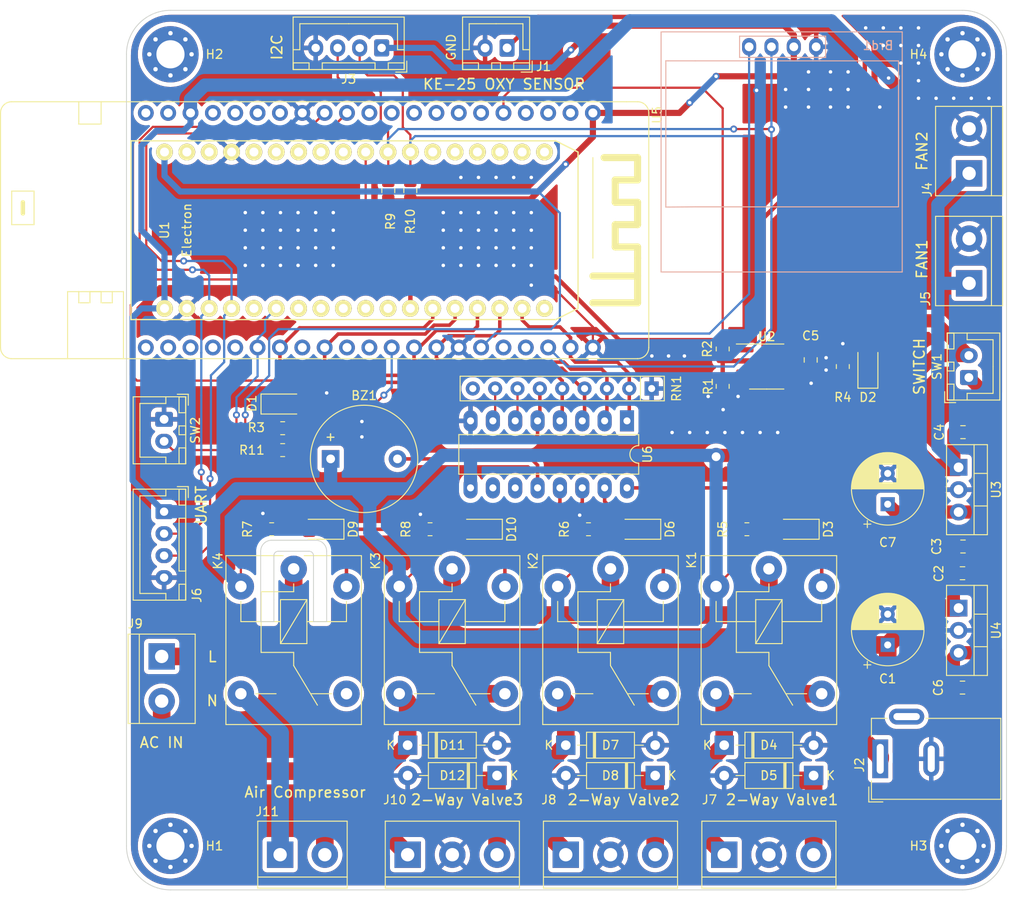
<source format=kicad_pcb>
(kicad_pcb (version 20210228) (generator pcbnew)
  (layers (0 "F.Cu" signal) (31 "B.Cu" signal) (34 "B.Paste" user) (35 "F.Paste" user) (36 "B.SilkS" user "B.Silkscreen") (37 "F.SilkS" user "F.Silkscreen") (38 "B.Mask" user) (39 "F.Mask" user) (44 "Edge.Cuts" user))
  (net 0 "")
  (net 1 "+5V")
  (net 2 "O5")
  (net 3 "SDA")
  (net 4 "SCL")
  (net 5 "GND")
  (net 6 "+3.3V")
  (net 7 "+12V")
  (net 8 "Net-(D1-Pad1)")
  (net 9 "Net-(D2-Pad1)")
  (net 10 "O1")
  (net 11 "+V3{slash}1")
  (net 12 "Net-(R5-Pad1)")
  (net 13 "O2")
  (net 14 "Net-(D6-Pad2)")
  (net 15 "O4")
  (net 16 "Net-(R7-Pad1)")
  (net 17 "O3")
  (net 18 "Net-(J1-Pad1)")
  (net 19 "+V2{slash}1")
  (net 20 "+V2{slash}2")
  (net 21 "/L")
  (net 22 "N")
  (net 23 "TX")
  (net 24 "RX")
  (net 25 "+V3{slash}2")
  (net 26 "/Comp")
  (net 27 "+V1{slash}2")
  (net 28 "+V1{slash}1")
  (net 29 "Oxy-out")
  (net 30 "I5")
  (net 31 "I4")
  (net 32 "I3")
  (net 33 "I2")
  (net 34 "I1")
  (net 35 "+5VP")
  (net 36 "Net-(R1-Pad2)")
  (net 37 "Net-(R8-Pad1)")
  (net 38 "I6")
  (net 39 "I7")
  (net 40 "LED")
  (net 41 "EMR")
  (footprint "Resistor_SMD:R_0805_2012Metric_Pad1.20x1.40mm_HandSolder" (layer "F.Cu") (at 117.75 78.5 -90)
    (fp_text reference "R2")
    (fp_text value "10K")
  )
  (footprint "Resistor_SMD:R_0805_2012Metric_Pad1.20x1.40mm_HandSolder" (layer "F.Cu") (at 117.75 82.75 90)
    (fp_text reference "R1")
    (fp_text value "1K")
  )
  (footprint "Capacitor_THT:CP_Radial_D8.0mm_P3.50mm" (layer "F.Cu") (at 136.5 112.152651 90)
    (fp_text reference "C1")
    (fp_text value "220uF")
  )
  (footprint "Diode_THT:D_DO-41_SOD81_P10.16mm_Horizontal" (layer "F.Cu") (at 92.11 127 180)
    (fp_text reference "D12")
    (fp_text value "1N4007")
  )
  (footprint "TerminalBlock:TerminalBlock_bornier-2_P5.08mm" (layer "F.Cu") (at 67.46 136)
    (fp_text reference "J11")
    (fp_text value "Air Compresssor")
  )
  (footprint "Relay_THT:Relay_SPDT_Finder_36.11" (layer "F.Cu") (at 69 103.5 -90)
    (fp_text reference "K4")
    (fp_text value "FINDER-36.11")
  )
  (footprint "MountingHole:MountingHole_3.2mm_M3_Pad_Via" (layer "F.Cu") (at 145 135)
    (fp_text reference "H3")
    (fp_text value "MountingHole")
  )
  (footprint "Resistor_SMD:R_0805_2012Metric_Pad1.20x1.40mm_HandSolder" (layer "F.Cu") (at 82.25 60.5 90)
    (fp_text reference "R10")
    (fp_text value "1K")
  )
  (footprint "Capacitor_SMD:C_0805_2012Metric_Pad1.18x1.45mm_HandSolder" (layer "F.Cu") (at 145.055 100.96 180)
    (fp_text reference "C3")
    (fp_text value "1uF")
  )
  (footprint "Diode_THT:D_DO-41_SOD81_P10.16mm_Horizontal" (layer "F.Cu") (at 117.92 123.55)
    (fp_text reference "D4")
    (fp_text value "1N4007")
  )
  (footprint "Resistor_SMD:R_0805_2012Metric_Pad1.20x1.40mm_HandSolder" (layer "F.Cu") (at 67.75 90)
    (fp_text reference "R11")
    (fp_text value "1K")
  )
  (footprint "TerminalBlock:TerminalBlock_bornier-2_P5.08mm" (layer "F.Cu") (at 54 113.46 -90)
    (fp_text reference "J9")
    (fp_text value "AC_IN")
  )
  (footprint "Relay_THT:Relay_SPDT_Finder_36.11" (layer "F.Cu") (at 87 103.5 -90)
    (fp_text reference "K3")
    (fp_text value "FINDER-36.11")
  )
  (footprint "Buzzer_Beeper:Buzzer_12x9.5RM7.6" (layer "F.Cu") (at 73.2 91)
    (fp_text reference "BZ1")
    (fp_text value "Buzzer")
  )
  (footprint "TTGO-TCALL-SIM800:TTGO-TCALL-SIM800" (layer "F.Cu") (at 103 51.665 -90)
    (fp_text reference "U5")
    (fp_text value "TTGO-TCALL-SIM800")
  )
  (footprint "Package_SO:SOIC-8_3.9x4.9mm_P1.27mm" (layer "F.Cu") (at 122.75 80.5)
    (fp_text reference "U2")
    (fp_text value "LM358")
  )
  (footprint "LED_SMD:LED_1206_3216Metric_Pad1.42x1.75mm_HandSolder" (layer "F.Cu") (at 72.25 99 180)
    (fp_text reference "D9")
    (fp_text value "LED")
  )
  (footprint "Diode_THT:D_DO-41_SOD81_P10.16mm_Horizontal" (layer "F.Cu") (at 110.08 127 180)
    (fp_text reference "D8")
    (fp_text value "1N4007")
  )
  (footprint "Resistor_SMD:R_0805_2012Metric_Pad1.20x1.40mm_HandSolder" (layer "F.Cu") (at 66.5 99 180)
    (fp_text reference "R7")
    (fp_text value "1K")
  )
  (footprint "Capacitor_THT:CP_Radial_D8.0mm_P3.50mm" (layer "F.Cu") (at 136.5 96.152651 90)
    (fp_text reference "C7")
    (fp_text value "220uF")
  )
  (footprint "Relay_THT:Relay_SPDT_Finder_36.11" (layer "F.Cu") (at 105 103.5 -90)
    (fp_text reference "K2")
    (fp_text value "FINDER-36.11")
  )
  (footprint "TerminalBlock:TerminalBlock_bornier-2_P5.08mm" (layer "F.Cu") (at 145.75 71.04 90)
    (fp_text reference "J5")
    (fp_text value "Fan2")
  )
  (footprint "MountingHole:MountingHole_3.2mm_M3_Pad_Via" (layer "F.Cu") (at 55 135)
    (fp_text reference "H1")
    (fp_text value "MountingHole")
  )
  (footprint "TerminalBlock:TerminalBlock_bornier-3_P5.08mm" (layer "F.Cu") (at 99.92 136)
    (fp_text reference "J8")
    (fp_text value "Valve2")
  )
  (footprint "Capacitor_SMD:C_0805_2012Metric_Pad1.18x1.45mm_HandSolder" (layer "F.Cu") (at 145.055 87.96)
    (fp_text reference "C4")
    (fp_text value "1uF")
  )
  (footprint "Resistor_THT:R_Array_SIP9" (layer "F.Cu") (at 109.675 83 180)
    (fp_text reference "RN1")
    (fp_text value "R_Network08")
  )
  (footprint "TerminalBlock:TerminalBlock_bornier-2_P5.08mm" (layer "F.Cu") (at 145.75 58.54 90)
    (fp_text reference "J4")
    (fp_text value "Fan1")
  )
  (footprint "TerminalBlock:TerminalBlock_bornier-3_P5.08mm" (layer "F.Cu") (at 117.92 136)
    (fp_text reference "J7")
    (fp_text value "Valve1")
  )
  (footprint "Resistor_SMD:R_0805_2012Metric_Pad1.20x1.40mm_HandSolder" (layer "F.Cu") (at 67.75 87.5125)
    (fp_text reference "R3")
    (fp_text value "330R")
  )
  (footprint "Connector_JST:JST_XH_B4B-XH-A_1x04_P2.50mm_Vertical" (layer "F.Cu") (at 79 44.275 180)
    (fp_text reference "J3")
    (fp_text value "UART")
  )
  (footprint "Package_TO_SOT_THT:TO-220-3_Vertical" (layer "F.Cu") (at 144.555 91.96 -90)
    (fp_text reference "U3")
    (fp_text value "LM7805_TO220")
  )
  (footprint "MountingHole:MountingHole_3.2mm_M3_Pad_Via" (layer "F.Cu") (at 145 45)
    (fp_text reference "H4")
    (fp_text value "MountingHole")
  )
  (footprint "particle:electron" (layer "F.Cu") (at 101.3125 65 90)
    (fp_text reference "U1")
    (fp_text value "Electron")
  )
  (footprint "Diode_THT:D_DO-41_SOD81_P10.16mm_Horizontal" (layer "F.Cu") (at 81.95 123.55)
    (fp_text reference "D11")
    (fp_text value "1N4007")
  )
  (footprint "Connector_JST:JST_XH_B2B-XH-A_1x02_P2.50mm_Vertical" (layer "F.Cu") (at 54.275 86.5 -90)
    (fp_text reference "SW2")
    (fp_text value "EmergencySW")
  )
  (footprint "Connector_JST:JST_XH_B2B-XH-A_1x02_P2.50mm_Vertical" (layer "F.Cu") (at 145.725 81.75 90)
    (fp_text reference "SW1")
    (fp_text value "Switch")
  )
  (footprint "Connector_JST:JST_XH_B2B-XH-A_1x02_P2.50mm_Vertical" (layer "F.Cu") (at 93.25 44.275 180)
    (fp_text reference "J1")
    (fp_text value "OXY-Sensor")
  )
  (footprint "Connector_JST:JST_XH_B4B-XH-A_1x04_P2.50mm_Vertical" (layer "F.Cu") (at 54.275 97 -90)
    (fp_text reference "J6")
    (fp_text value "I2C")
  )
  (footprint "Resistor_SMD:R_0805_2012Metric_Pad1.20x1.40mm_HandSolder" (layer "F.Cu") (at 102.5 99 180)
    (fp_text reference "R6")
    (fp_text value "1K")
  )
  (footprint "Diode_THT:D_DO-41_SOD81_P10.16mm_Horizontal" (layer "F.Cu") (at 128.08 127 180)
    (fp_text reference "D5")
    (fp_text value "1N4007")
  )
  (footprint "Resistor_SMD:R_0805_2012Metric_Pad1.20x1.40mm_HandSolder" (layer "F.Cu") (at 120.5 99 180)
    (fp_text reference "R5")
    (fp_text value "1K")
  )
  (footprint "Package_DIP:DIP-16_W7.62mm_LongPads" (layer "F.Cu") (at 106.875 86.675 -90)
    (fp_text reference "U6")
    (fp_text value "ULN2003A")
  )
  (footprint "MountingHole:MountingHole_3.2mm_M3_Pad_Via" (layer "F.Cu") (at 55 45)
    (fp_text reference "H2")
    (fp_text value "MountingHole")
  )
  (footprint "Resistor_SMD:R_0805_2012Metric_Pad1.20x1.40mm_HandSolder" (layer "F.Cu") (at 84.5 99 180)
    (fp_text reference "R8")
    (fp_text value "1K")
  )
  (footprint "TerminalBlock:TerminalBlock_bornier-3_P5.08mm" (layer "F.Cu") (at 81.95 136)
    (fp_text reference "J10")
    (fp_text value "Valve3")
  )
  (footprint "Resistor_SMD:R_0805_2012Metric_Pad1.20x1.40mm_HandSolder" (layer "F.Cu") (at 79.75 60.5 90)
    (fp_text reference "R9")
    (fp_text value "1K")
  )
  (footprint "LED_SMD:LED_1206_3216Metric_Pad1.42x1.75mm_HandSolder" (layer "F.Cu") (at 126.25 99 180)
    (fp_text reference "D3")
    (fp_text value "LED")
  )
  (footprint "Relay_THT:Relay_SPDT_Finder_36.11" (layer "F.Cu") (at 123 103.5 -90)
    (fp_text reference "K1")
    (fp_text value "FINDER-36.11")
  )
  (footprint "Resistor_SMD:R_0805_2012Metric_Pad1.20x1.40mm_HandSolder" (layer "F.Cu") (at 131.4 80.5 90)
    (fp_text reference "R4")
    (fp_text value "1K")
  )
  (footprint "Capacitor_SMD:C_0805_2012Metric_Pad1.18x1.45mm_HandSolder" (layer "F.Cu") (at 127.75 79.75 -90)
    (fp_text reference "C5")
    (fp_text value "100nF")
  )
  (footprint "Connector_BarrelJack:BarrelJack_Wuerth_6941xx301002" (layer "F.Cu") (at 135.65 125.1 90)
    (fp_text reference "J2")
    (fp_text value "Jack-DC")
  )
  (footprint "Capacitor_SMD:C_0805_2012Metric_Pad1.18x1.45mm_HandSolder" (layer "F.Cu") (at 145 117)
    (fp_text reference "C6")
    (fp_text value "1uF")
  )
  (footprint "Capacitor_SMD:C_0805_2012Metric_Pad1.18x1.45mm_HandSolder" (layer "F.Cu") (at 145 104)
    (fp_text reference "C2")
    (fp_text value "1uF")
  )
  (footprint "LED_SMD:LED_1206_3216Metric_Pad1.42x1.75mm_HandSolder" (layer "F.Cu") (at 67.75 84.7625)
    (fp_text reference "D1")
    (fp_text value "LED")
  )
  (footprint "LED_SMD:LED_1206_3216Metric_Pad1.42x1.75mm_HandSolder" (layer "F.Cu") (at 90.25 99 180)
    (fp_text reference "D10")
    (fp_text value "LED")
  )
  (footprint "LED_SMD:LED_1206_3216Metric_Pad1.42x1.75mm_HandSolder" (layer "F.Cu") (at 108.25 99 180)
    (fp_text reference "D6")
    (fp_text value "LED")
  )
  (footprint "LED_SMD:LED_1206_3216Metric_Pad1.42x1.75mm_HandSolder" (layer "F.Cu") (at 134.25 80.5 90)
    (fp_text reference "D2")
    (fp_text value "LED")
  )
  (footprint "Diode_THT:D_DO-41_SOD81_P10.16mm_Horizontal" (layer "F.Cu") (at 99.92 123.55)
    (fp_text reference "D7")
    (fp_text value "1N4007")
  )
  (footprint "Package_TO_SOT_THT:TO-220-3_Vertical" (layer "F.Cu") (at 144.555 107.96 -90)
    (fp_text reference "U4")
    (fp_text value "LM7805_TO220")
  )
  (footprint "SSD1306:128x64OLED" (layer "B.Cu") (at 124.75 54.75 180)
    (fp_text reference "Brd1")
    (fp_text value "SSD1306")
  )
  (gr_arc (start 66.5 101.5) (end 66.5 100.25) (angle -90) (layer "Edge.Cuts") (width 0.1))
  (gr_line (start 66.75 109.5) (end 66.75 107) (layer "Edge.Cuts") (width 0.1))
  (gr_line (start 150 45) (end 150 135) (layer "Edge.Cuts") (width 0.1))
  (gr_line (start 65.25 101.5) (end 65.25 109.5) (layer "Edge.Cuts") (width 0.1))
  (gr_arc (start 145 45) (end 145 40) (angle 90) (layer "Edge.Cuts") (width 0.1))
  (gr_arc (start 55 135) (end 50 135) (angle -90) (layer "Edge.Cuts") (width 0.1))
  (gr_arc (start 71.5 101.5) (end 71.5 100.25) (angle 90) (layer "Edge.Cuts") (width 0.1))
  (gr_line (start 145 140) (end 55 140) (layer "Edge.Cuts") (width 0.1))
  (gr_line (start 66.75 107) (end 66.75 102) (layer "Edge.Cuts") (width 0.1))
  (gr_line (start 65.25 109.5) (end 66.75 109.5) (layer "Edge.Cuts") (width 0.1))
  (gr_line (start 55 40) (end 145 40) (layer "Edge.Cuts") (width 0.1))
  (gr_line (start 71.25 102) (end 71.25 106.75) (layer "Edge.Cuts") (width 0.1))
  (gr_line (start 71.25 109.5) (end 72.75 109.5) (layer "Edge.Cuts") (width 0.1))
  (gr_line (start 67.25 101.5) (end 70.75 101.5) (layer "Edge.Cuts") (width 0.1))
  (gr_arc (start 67.25 102) (end 66.75 102) (angle 90) (layer "Edge.Cuts") (width 0.1))
  (gr_line (start 71.25 106.75) (end 71.25 109.5) (layer "Edge.Cuts") (width 0.1))
  (gr_line (start 72.75 109.5) (end 72.75 101.5) (layer "Edge.Cuts") (width 0.1))
  (gr_line (start 71.5 100.25) (end 66.5 100.25) (layer "Edge.Cuts") (width 0.1))
  (gr_arc (start 70.75 102) (end 70.75 101.5) (angle 90) (layer "Edge.Cuts") (width 0.1))
  (gr_arc (start 55 45) (end 55 40) (angle -90) (layer "Edge.Cuts") (width 0.1))
  (gr_arc (start 145 135) (end 145 140) (angle -90) (layer "Edge.Cuts") (width 0.1))
  (gr_line (start 50 135) (end 50 45) (layer "Edge.Cuts") (width 0.1))
  (gr_text "L" (at 59.75 113.5) (layer "F.SilkS") (effects (font (size 1.2 1.2) (thickness 0.18))))
  (gr_text "2-Way Valve2" (at 106.5 129.75) (layer "F.SilkS") (effects (font (size 1.2 1.2) (thickness 0.18))))
  (gr_text "Air Compressor" (at 70.3 128.9) (layer "F.SilkS") (effects (font (size 1.2 1.2) (thickness 0.18))))
  (gr_text "GND" (at 86.9 44.2 90) (layer "F.SilkS") (effects (font (size 1 1))))
  (gr_text "2-Way Valve1" (at 124.5 129.75) (layer "F.SilkS") (effects (font (size 1.2 1.2) (thickness 0.18))))
  (gr_text "SWITCH" (at 140.1 80.5 90) (layer "F.SilkS") (effects (font (size 1.2 1.2) (thickness 0.18))))
  (gr_text "FAN1" (at 140.4 68.3 90) (layer "F.SilkS") (effects (font (size 1.2 1.2) (thickness 0.18))))
  (gr_text "KE-25 OXY SENSOR" (at 92.9 48.4) (layer "F.SilkS") (effects (font (size 1.2 1.2) (thickness 0.18))))
  (gr_text "FAN2" (at 140.4 56 90) (layer "F.SilkS") (effects (font (size 1.2 1.2) (thickness 0.18))))
  (gr_text "2-Way Valve3" (at 88.7 129.75) (layer "F.SilkS") (effects (font (size 1.2 1.2) (thickness 0.18))))
  (gr_text "N" (at 59.75 118.5) (layer "F.SilkS") (effects (font (size 1.2 1.2) (thickness 0.18))))
  (gr_text "AC IN" (at 54 123.25) (layer "F.SilkS") (effects (font (size 1.2 1.2) (thickness 0.18))))
  (gr_text "UART" (at 58.5 96.25 90) (layer "F.SilkS") (effects (font (size 1.2 1.2) (thickness 0.18))))
  (gr_text "I2C" (at 67.1 44.2 90) (layer "F.SilkS") (effects (font (size 1.2 1.2) (thickness 0.18))))
  (segment (start 130.5 90.6) (end 141.85 79.25) (width 1.5) (layer "F.Cu") (net 1))
  (segment (start 127.6325 78.595) (end 127.75 78.7125) (width 0.5) (layer "F.Cu") (net 1))
  (segment (start 117 90.75) (end 117.15 90.6) (width 1.5) (layer "F.Cu") (net 1))
  (segment (start 129.3 75.3) (end 134 75.3) (width 1.5) (layer "F.Cu") (net 1))
  (segment (start 134.25 60.65) (end 138.2 56.7) (width 1.5) (layer "F.Cu") (net 1))
  (segment (start 134.25 75.55) (end 134.25 60.65) (width 1.5) (layer "F.Cu") (net 1))
  (segment (start 134.25 79.0125) (end 134.25 75.55) (width 1.5) (layer "F.Cu") (net 1))
  (segment (start 138.2 49.3) (end 136.6 47.7) (width 1.5) (layer "F.Cu") (net 1))
  (segment (start 127.75 78.7125) (end 127.75 76.85) (width 1.5) (layer "F.Cu") (net 1))
  (segment (start 117.15 90.6) (end 130.5 90.6) (width 1.5) (layer "F.Cu") (net 1))
  (segment (start 127.75 76.85) (end 129.3 75.3) (width 1.5) (layer "F.Cu") (net 1))
  (segment (start 134 75.3) (end 141.75 75.3) (width 1.5) (layer "F.Cu") (net 1))
  (segment (start 125.225 78.595) (end 127.6325 78.595) (width 0.5) (layer "F.Cu") (net 1))
  (segment (start 83.5 99) (end 83.5 103) (width 0.25) (layer "F.Cu") (net 1))
  (segment (start 141.85 79.25) (end 145.725 79.25) (width 1.5) (layer "F.Cu") (net 1))
  (segment (start 141.75 75.3) (end 145.7 79.25) (width 1.5) (layer "F.Cu") (net 1))
  (segment (start 83.5 103) (end 81 105.5) (width 0.25) (layer "F.Cu") (net 1))
  (segment (start 63 101.5) (end 63 105.5) (width 0.25) (layer "F.Cu") (net 1))
  (segment (start 145.7 79.25) (end 145.725 79.25) (width 1.5) (layer "F.Cu") (net 1))
  (segment (start 134.25 75.55) (end 134 75.3) (width 1.5) (layer "F.Cu") (net 1))
  (segment (start 119.5 103) (end 117 105.5) (width 0.25) (layer "F.Cu") (net 1))
  (segment (start 65.5 99) (end 63 101.5) (width 0.25) (layer "F.Cu") (net 1))
  (segment (start 101.5 99) (end 101.5 103) (width 0.25) (layer "F.Cu") (net 1))
  (segment (start 101.5 103) (end 99 105.5) (width 0.25) (layer "F.Cu") (net 1))
  (segment (start 119.5 99) (end 119.5 103) (width 0.25) (layer "F.Cu") (net 1))
  (segment (start 138.2 56.7) (end 138.2 49.3) (width 1.5) (layer "F.Cu") (net 1))
  (via (at 117 90.75) (size 2) (drill 1) (layers "F.Cu" "B.Cu") (net 1))
  (via (at 136.6 47.7) (size 0.8) (drill 0.4) (layers "F.Cu" "B.Cu") (net 1))
  (segment (start 62.5 94.4) (end 59.9 97) (width 1.5) (layer "B.Cu") (net 1))
  (segment (start 117 90.75) (end 116.85 90.6) (width 1.5) (layer "B.Cu") (net 1))
  (segment (start 77.65 99.4) (end 77.65 96.15) (width 1.5) (layer "B.Cu") (net 1))
  (segment (start 83.25 111.25) (end 81 109) (width 1.5) (layer "B.Cu") (net 1))
  (segment (start 58.25 97) (end 58.55 97) (width 1.5) (layer "B.Cu") (net 1))
  (segment (start 81 109) (end 81 105.5) (width 1.5) (layer "B.Cu") (net 1))
  (segment (start 59.9 97) (end 58.25 97) (width 1.5) (layer "B.Cu") (net 1))
  (segment (start 50.7 93.45) (end 54.25 97) (width 0.7) (layer "B.Cu") (net 1))
  (segment (start 117 90.75) (end 117 105.5) (width 1.5) (layer "B.Cu") (net 1))
  (segment (start 54.3225 67.6225) (end 54.3225 73.89) (width 0.7) (layer "B.Cu") (net 1))
  (segment (start 99 109.25) (end 101 111.25) (width 1.5) (layer "B.Cu") (net 1))
  (segment (start 53.4 53.7) (end 51.7 55.4) (width 0.7) (layer "B.Cu") (net 1))
  (segment (start 50.7 74.9) (end 50.7 93.45) (width 0.7) (layer "B.Cu") (net 1))
  (segment (start 59.9 98.35) (end 59.9 102.4) (width 1.5) (layer "B.Cu") (net 1))
  (segment (start 77.65 96.15) (end 77.65 94.4) (width 1.5) (layer "B.Cu") (net 1))
  (segment (start 97 111.25) (end 99 109.25) (width 1.5) (layer "B.Cu") (net 1))
  (segment (start 59.9 97) (end 59.9 98.35) (width 1.5) (layer "B.Cu") (net 1))
  (segment (start 76.35 94.85) (end 77.65 96.15) (width 1.5) (layer "B.Cu") (net 1))
  (segment (start 99 111.25) (end 99 109.25) (width 1.5) (layer "B.Cu") (net 1))
  (segment (start 77.65 96.1) (end 79.35 94.4) (width 1.5) (layer "B.Cu") (net 1))
  (segment (start 54.25 97) (end 54.275 97) (width 0.7) (layer "B.Cu") (net 1))
  (segment (start 57.28 52.92) (end 56.5 53.7) (width 0.7) (layer "B.Cu") (net 1))
  (segment (start 115.5 111.25) (end 101 111.25) (width 1.5) (layer "B.Cu") (net 1))
  (segment (start 54.3225 73.89) (end 51.71 73.89) (width 0.7) (layer "B.Cu") (net 1))
  (segment (start 96.5 111.25) (end 83.25 111.25) (width 1.5) (layer "B.Cu") (net 1))
  (segment (start 58.55 97) (end 59.9 98.35) (width 1.5) (layer "B.Cu") (net 1))
  (segment (start 107.2 41.2) (end 99.9 48.5) (width 1.5) (layer "B.Cu") (net 1))
  (segment (start 57.28 51.665) (end 57.28 52.92) (width 0.7) (layer "B.Cu") (net 1))
  (segment (start 96.5 111.25) (end 97 111.25) (width 1.5) (layer "B.Cu") (net 1))
  (segment (start 77.65 94.4) (end 76.35 94.4) (width 1.5) (layer "B.Cu") (net 1))
  (segment (start 85.9 90.6) (end 82.1 94.4) (width 1.5) (layer "B.Cu") (net 1))
  (segment (start 130.1 41.2) (end 107.2 41.2) (width 1.5) (layer "B.Cu") (net 1))
  (segment (start 51.71 73.89) (end 50.7 74.9) (width 0.7) (layer "B.Cu") (net 1))
  (segment (start 51.7 55.4) (end 51.7 65) (width 0.7) (layer "B.Cu") (net 1))
  (segment (start 99 111.25) (end 96.5 111.25) (width 1.5) (layer "B.Cu") (net 1))
  (segment (start 79.35 94.4) (end 79.85 94.4) (width 1.5) (layer "B.Cu") (net 1))
  (segment (start 82.1 94.4) (end 79.85 94.4) (width 1.5) (layer "B.Cu") (net 1))
  (segment (start 59.9 102.4) (end 63 105.5) (width 1.5) (layer "B.Cu") (net 1))
  (segment (start 73.2 94.4) (end 73.2 91) (width 1.5) (layer "B.Cu") (net 1))
  (segment (start 73.2 94.4) (end 62.5 94.4) (width 1.5) (layer "B.Cu") (net 1))
  (segment (start 58.9 48.5) (end 57.28 50.12) (width 1.5) (layer "B.Cu") (net 1))
  (segment (start 89.3 90.6) (end 89.095 90.805) (width 1.5) (layer "B.Cu") (net 1))
  (segment (start 57.28 50.12) (end 57.28 51.665) (width 1.5) (layer "B.Cu") (net 1))
  (segment (start 51.7 65) (end 54.3225 67.6225) (width 0.7) (layer "B.Cu") (net 1))
  (segment (start 99 109.25) (end 99 105.5) (width 1.5) (layer "B.Cu") (net 1))
  (segment (start 116.85 90.6) (end 89.3 90.6) (width 1.5) (layer "B.Cu") (net 1))
  (segment (start 76.35 94.4) (end 76.35 94.85) (width 1.5) (layer "B.Cu") (net 1))
  (segment (start 81 102.75) (end 77.65 99.4) (width 1.5) (layer "B.Cu") (net 1))
  (segment (start 76.35 94.4) (end 73.2 94.4) (width 1.5) (layer "B.Cu") (net 1))
  (segment (start 117 105.5) (end 117 109.75) (width 1.5) (layer "B.Cu") (net 1))
  (segment (start 58.25 97) (end 54.275 97) (width 1.5) (layer "B.Cu") (net 1))
  (segment (start 77.65 96.15) (end 77.65 96.1) (width 1.5) (layer "B.Cu") (net 1))
  (segment (start 81 105.5) (end 81 102.75) (width 1.5) (layer "B.Cu") (net 1))
  (segment (start 89.095 90.805) (end 89.095 94.295) (width 1.5) (layer "B.Cu") (net 1))
  (segment (start 56.5 53.7) (end 53.4 53.7) (width 0.7) (layer "B.Cu") (net 1))
  (segment (start 99.9 48.5) (end 58.9 48.5) (width 1.5) (layer "B.Cu") (net 1))
  (segment (start 79.85 94.4) (end 77.65 94.4) (width 1.5) (layer "B.Cu") (net 1))
  (segment (start 89.3 90.6) (end 85.9 90.6) (width 1.5) (layer "B.Cu") (net 1))
  (segment (start 101 111.25) (end 99 111.25) (width 1.5) (layer "B.Cu") (net 1))
  (segment (start 136.6 47.7) (end 130.1 41.2) (width 1.5) (layer "B.Cu") (net 1))
  (segment (start 117 109.75) (end 115.5 111.25) (width 1.5) (layer "B.Cu") (net 1))
  (segment (start 96.715 91.715) (end 96 91) (width 0.4) (layer "F.Cu") (net 2))
  (segment (start 96 91) (end 80.8 91) (width 0.4) (layer "F.Cu") (net 2))
  (segment (start 96.715 94.295) (end 96.715 91.715) (width 0.4) (layer "F.Cu") (net 2))
  (segment (start 81.4 48.4) (end 80.4 47.4) (width 0.254) (layer "F.Cu") (net 3))
  (segment (start 80.4 47.4) (end 77.4 47.4) (width 0.254) (layer "F.Cu") (net 3))
  (segment (start 77.4 47.4) (end 76.5 46.5) (width 0.254) (layer "F.Cu") (net 3))
  (segment (start 76.5 46.5) (end 76.5 44.275) (width 0.254) (layer "F.Cu") (net 3))
  (segment (start 82.2625 56.11) (end 82.2625 59.4875) (width 0.254) (layer "F.Cu") (net 3))
  (segment (start 82.2625 56.11) (end 82.2625 54.1625) (width 0.254) (layer "F.Cu") (net 3))
  (segment (start 82.2625 59.4875) (end 82.25 59.5) (width 0.254) (layer "F.Cu") (net 3))
  (segment (start 81.4 53.3) (end 81.4 48.4) (width 0.254) (layer "F.Cu") (net 3))
  (segment (start 82.2625 54.1625) (end 81.4 53.3) (width 0.254) (layer "F.Cu") (net 3))
  (segment (start 82.8 54.3) (end 120.7 54.3) (width 0.254) (layer "B.Cu") (net 3))
  (segment (start 82.2625 54.8375) (end 82.8 54.3) (width 0.254) (layer "B.Cu") (net 3))
  (segment (start 116.25 76.75) (end 120.75 72.25) (width 0.25) (layer "B.Cu") (net 3))
  (segment (start 120.75 72.25) (end 120.75 54.25) (width 0.25) (layer "B.Cu") (net 3))
  (segment (start 120.7 54.3) (end 120.75 54.25) (width 0.254) (layer "B.Cu") (net 3))
  (segment (start 120.75 54.25) (end 120.75 44.15) (width 0.25) (layer "B.Cu") (net 3))
  (segment (start 90.3 78.335) (end 91.885 76.75) (width 0.25) (layer "B.Cu") (net 3))
  (segment (start 82.2625 56.11) (end 82.2625 54.8375) (width 0.254) (layer "B.Cu") (net 3))
  (segment (start 91.885 76.75) (end 116.25 76.75) (width 0.25) (layer "B.Cu") (net 3))
  (segment (start 78 48.4) (end 74.8 48.4) (width 0.254) (layer "F.Cu") (net 4))
  (segment (start 78.9 49.3) (end 78 48.4) (width 0.254) (layer "F.Cu") (net 4))
  (segment (start 74.8 48.4) (end 74 47.6) (width 0.254) (layer "F.Cu") (net 4))
  (segment (start 79.75 59.5) (end 79.75 56.1375) (width 0.25) (layer "F.Cu") (net 4))
  (segment (start 79.75 56.1375) (end 79.7225 56.11) (width 0.25) (layer "F.Cu") (net 4))
  (segment (start 119 53.5) (end 123.25 53.5) (width 0.254) (layer "F.Cu") (net 4))
  (segment (start 79.7225 56.11) (end 79.7225 53.7225) (width 0.254) (layer "F.Cu") (net 4))
  (segment (start 78.9 52.9) (end 78.9 49.3) (width 0.254) (layer "F.Cu") (net 4))
  (segment (start 79.7225 53.7225) (end 78.9 52.9) (width 0.254) (layer "F.Cu") (net 4))
  (segment (start 74 47.6) (end 74 44.275) (width 0.254) (layer "F.Cu") (net 4))
  (segment (start 123.25 53.5) (end 123.29 53.54) (width 0.254) (layer "F.Cu") (net 4))
  (via (at 123.29 53.54) (size 0.8) (drill 0.4) (layers "F.Cu" "B.Cu") (net 4))
  (via (at 119 53.5) (size 0.8) (drill 0.4) (layers "F.Cu" "B.Cu") (net 4))
  (segment (start 119 80.5) (end 123.29 76.21) (width 0.25) (layer "B.Cu") (net 4))
  (segment (start 123.29 76.21) (end 123.29 53.54) (width 0.25) (layer "B.Cu") (net 4))
  (segment (start 85 53.5) (end 119 53.5) (width 0.254) (layer "B.Cu") (net 4))
  (segment (start 79.7225 54.6775) (end 80.9 53.5) (width 0.254) (layer "B.Cu") (net 4))
  (segment (start 80.9 53.5) (end 85 53.5) (width 0.254) (layer "B.Cu") (net 4))
  (segment (start 100.085 80.5) (end 119 80.5) (width 0.25) (layer "B.Cu") (net 4))
  (segment (start 123.29 53.54) (end 123.29 44.15) (width 0.25) (layer "B.Cu") (net 4))
  (segment (start 79.7225 56.11) (end 79.7225 54.6775) (width 0.254) (layer "B.Cu") (net 4))
  (segment (start 97.92 78.335) (end 100.085 80.5) (width 0.25) (layer "B.Cu") (net 4))
  (segment (start 98.25 71.25) (end 96 71.25) (width 0.25) (layer "F.Cu") (net 5))
  (segment (start 103 76) (end 98.25 71.25) (width 0.25) (layer "F.Cu") (net 5))
  (segment (start 103 78.335) (end 103 76) (width 0.25) (layer "F.Cu") (net 5))
  (via (at 96 71.25) (size 0.8) (drill 0.4) (layers "F.Cu" "B.Cu") (net 5))
  (via (at 96 69) (size 0.8) (drill 0.4) (layers "F.Cu" "B.Cu") (net 5))
  (via (at 124 88) (size 0.8) (drill 0.4) (layers "F.Cu" "B.Cu") (net 5))
  (via (at 119.5 83.9) (size 0.8) (drill 0.4) (layers "F.Cu" "B.Cu") (net 5))
  (via (at 117.8 85.4) (size 0.8) (drill 0.4) (layers "F.Cu" "B.Cu") (net 5))
  (via (at 94 67) (size 0.8) (drill 0.4) (layers "F.Cu" "B.Cu") (net 5))
  (via (at 63.5 67) (size 0.8) (drill 0.4) (layers "F.Cu" "B.Cu") (net 5))
  (via (at 71.5 65) (size 0.8) (drill 0.4) (layers "F.Cu" "B.Cu") (net 5))
  (via (at 88 59) (size 0.8) (drill 0.4) (layers "F.Cu" "B.Cu") (net 5))
  (via (at 92 59) (size 0.8) (drill 0.4) (layers "F.Cu" "B.Cu") (net 5))
  (via (at 113.4 79.3) (size 0.8) (drill 0.4) (layers "F.Cu" "B.Cu") (net 5))
  (via (at 124.9 51) (size 0.8) (drill 0.4) (layers "F.Cu" "B.Cu") (net 5))
  (via (at 92 69) (size 0.8) (drill 0.4) (layers "F.Cu" "B.Cu") (net 5))
  (via (at 140 46) (size 0.8) (drill 0.4) (layers "F.Cu" "B.Cu") (net 5))
  (via (at 118 88) (size 0.8) (drill 0.4) (layers "F.Cu" "B.Cu") (net 5))
  (via (at 96 63) (size 0.8) (drill 0.4) (layers "F.Cu" "B.Cu") (net 5))
  (via (at 114 88) (size 0.8) (drill 0.4) (layers "F.Cu" "B.Cu") (net 5))
  (via (at 140 44) (size 0.8) (drill 0.4) (layers "F.Cu" "B.Cu") (net 5))
  (via (at 127.5 47) (size 0.8) (drill 0.4) (layers "F.Cu" "B.Cu") (net 5))
  (via (at 63.5 63) (size 0.8) (drill 0.4) (layers "F.Cu" "B.Cu") (net 5))
  (via (at 138 42) (size 0.8) (drill 0.4) (layers "F.Cu" "B.Cu") (net 5))
  (via (at 140 50) (size 0.8) (drill 0.4) (layers "F.Cu" "B.Cu") (net 5))
  (via (at 90 65) (size 0.8) (drill 0.4) (layers "F.Cu" "B.Cu") (net 5))
  (via (at 127.5 51) (size 0.8) (drill 0.4) (layers "F.Cu" "B.Cu") (net 5))
  (via (at 112 88) (size 0.8) (drill 0.4) (layers "F.Cu" "B.Cu") (net 5))
  (via (at 65.5 65) (size 0.8) (drill 0.4) (layers "F.Cu" "B.Cu") (net 5))
  (via (at 73.5 69) (size 0.8) (drill 0.4) (layers "F.Cu" "B.Cu") (net 5))
  (via (at 130 47) (size 0.8) (drill 0.4) (layers "F.Cu" "B.Cu") (net 5))
  (via (at 92 63) (size 0.8) (drill 0.4) (layers "F.Cu" "B.Cu") (net 5))
  (via (at 146 50) (size 0.8) (drill 0.4) (layers "F.Cu" "B.Cu") (net 5))
  (via (at 101.5 97.4) (size 0.8) (drill 0.4) (layers "F.Cu" "B.Cu") (net 5))
  (via (at 140 42) (size 0.8) (drill 0.4) (layers "F.Cu" "B.Cu") (net 5))
  (via (at 76.75 86.75) (size 0.8) (drill 0.4) (layers "F.Cu" "B.Cu") (net 5))
  (via (at 67.5 69) (size 0.8) (drill 0.4) (layers "F.Cu" "B.Cu") (net 5))
  (via (at 140 48) (size 0.8) (drill 0.4) (layers "F.Cu" "B.Cu") (net 5))
  (via (at 76.75 88.5) (size 0.8) (drill 0.4) (layers "F.Cu" "B.Cu") (net 5))
  (via (at 132 47) (size 0.8) (drill 0.4) (layers "F.Cu" "B.Cu") (net 5))
  (via (at 88 67) (size 0.8) (drill 0.4) (layers "F.Cu" "B.Cu") (net 5))
  (via (at 69.5 65) (size 0.8) (drill 0.4) (layers "F.Cu" "B.Cu") (net 5))
  (via (at 72.75 83.5) (size 0.8) (drill 0.4) (layers "F.Cu" "B.Cu") (net 5))
  (via (at 92 67) (size 0.8) (drill 0.4) (layers "F.Cu" "B.Cu") (net 5))
  (via (at 67.5 67) (size 0.8) (drill 0.4) (layers "F.Cu" "B.Cu") (net 5))
  (via (at 130 51) (size 0.8) (drill 0.4) (layers "F.Cu" "B.Cu") (net 5))
  (via (at 65.5 63) (size 0.8) (drill 0.4) (layers "F.Cu" "B.Cu") (net 5))
  (via (at 73.5 63) (size 0.8) (drill 0.4) (layers "F.Cu" "B.Cu") (net 5))
  (via (at 130 49) (size 0.8) (drill 0.4) (layers "F.Cu" "B.Cu") (net 5))
  (via (at 134 42) (size 0.8) (drill 0.4) (layers "F.Cu" "B.Cu") (net 5))
  (via (at 124.9 49) (size 0.8) (drill 0.4) (layers "F.Cu" "B.Cu") (net 5))
  (via (at 90 59) (size 0.8) (drill 0.4) (layers "F.Cu" "B.Cu") (net 5))
  (via (at 109.7 79.3) (size 0.8) (drill 0.4) (layers "F.Cu" "B.Cu") (net 5))
  (via (at 83.4 97.3) (size 0.8) (drill 0.4) (layers "F.Cu" "B.Cu") (net 5))
  (via (at 135.6 51) (size 0.8) (drill 0.4) (layers "F.Cu" "B.Cu") (net 5))
  (via (at 116 88) (size 0.8) (drill 0.4) (layers "F.Cu" "B.Cu") (net 5))
  (via (at 94 59) (size 0.8) (drill 0.4) (layers "F.Cu" "B.Cu") (net 5))
  (via (at 136 42) (size 0.8) (drill 0.4) (layers "F.Cu" "B.Cu") (net 5))
  (via (at 71.5 63) (size 0.8) (drill 0.4) (layers "F.Cu" "B.Cu") (net 5))
  (via (at 65.5 67) (size 0.8) (drill 0.4) (layers "F.Cu" "B.Cu") (net 5))
  (via (at 148 50) (size 0.8) (drill 0.4) (layers "F.Cu" "B.Cu") (net 5))
  (via (at 142 50) (size 0.8) (drill 0.4) (layers "F.Cu" "B.Cu") (net 5))
  (via (at 94 65) (size 0.8) (drill 0.4) (layers "F.Cu" "B.Cu") (net 5))
  (via (at 116.1 83.9) (size 0.8) (drill 0.4) (layers "F.Cu" "B.Cu") (net 5))
  (via (at 90 63) (size 0.8) (drill 0.4) (layers "F.Cu" "B.Cu") (net 5))
  (via (at 88 69) (size 0.8) (drill 0.4) (layers "F.Cu" "B.Cu") (net 5))
  (via (at 92 65) (size 0.8) (drill 0.4) (layers "F.Cu" "B.Cu") (net 5))
  (via (at 73.5 67) (size 0.8) (drill 0.4) (layers "F.Cu" "B.Cu") (net 5))
  (via (at 90 67) (size 0.8) (drill 0.4) (layers "F.Cu" "B.Cu") (net 5))
  (via (at 132 49) (size 0.8) (drill 0.4) (layers "F.Cu" "B.Cu") (net 5))
  (via (at 129.5 80.9) (size 0.8) (drill 0.4) (layers "F.Cu" "B.Cu") (net 5))
  (via (at 136 44) (size 0.8) (drill 0.4) (layers "F.Cu" "B.Cu") (net 5))
  (via (at 127.8 82.4) (size 0.8) (drill 0.4) (layers "F.Cu" "B.Cu") (net 5))
  (via (at 132 51) (size 0.8) (drill 0.4) (layers "F.Cu" "B.Cu") (net 5))
  (via (at 96 67) (size 0.8) (drill 0.4) (layers "F.Cu" "B.Cu") (net 5))
  (via (at 67.5 65) (size 0.8) (drill 0.4) (layers "F.Cu" "B.Cu") (net 5))
  (via (at 86 65) (size 0.8) (drill 0.4) (layers "F.Cu" "B.Cu") (net 5))
  (via (at 86 69) (size 0.8) (drill 0.4) (layers "F.Cu" "B.Cu") (net 5))
  (via (at 131.4 77.9) (size 0.8) (drill 0.4) (layers "F.Cu" "B.Cu") (net 5))
  (via (at 94 63) (size 0.8) (drill 0.4) (layers "F.Cu" "B.Cu") (net 5))
  (via (at 94 69) (size 0.8) (drill 0.4) (layers "F.Cu" "B.Cu") (net 5))
  (via (at 71.5 69) (size 0.8) (drill 0.4) (layers "F.Cu" "B.Cu") (net 5))
  (via (at 127.5 49) (size 0.8) (drill 0.4) (layers "F.Cu" "B.Cu") (net 5))
  (via (at 69.5 69) (size 0.8) (drill 0.4) (layers "F.Cu" "B.Cu") (net 5))
  (via (at 122 88) (size 0.8) (drill 0.4) (layers "F.Cu" "B.Cu") (net 5))
  (via (at 120 88) (size 0.8) (drill 0.4) (layers "F.Cu" "B.Cu") (net 5))
  (via (at 88 63) (size 0.8) (drill 0.4) (layers "F.Cu" "B.Cu") (net 5))
  (via (at 65.5 97.2) (size 0.8) (drill 0.4) (layers "F.Cu" "B.Cu") (net 5))
  (via (at 63.5 69) (size 0.8) (drill 0.4) (layers "F.Cu" "B.Cu") (net 5))
  (via (at 90 69) (size 0.8) (drill 0.4) (layers "F.Cu" "B.Cu") (net 5))
  (via (at 86 67) (size 0.8) (drill 0.4) (layers "F.Cu" "B.Cu") (net 5))
  (via (at 129.5 79.5) (size 0.8) (drill 0.4) (layers "F.Cu" "B.Cu") (net 5))
  (via (at 96 65) (size 0.8) (drill 0.4) (layers "F.Cu" "B.Cu") (net 5))
  (via (at 69.5 67) (size 0.8) (drill 0.4) (layers "F.Cu" "B.Cu") (net 5))
  (via (at 121.6 49.1) (size 0.8) (drill 0.4) (layers "F.Cu" "B.Cu") (net 5))
  (via (at 86 63) (size 0.8) (drill 0.4) (layers "F.Cu" "B.Cu") (net 5))
  (via (at 88 65) (size 0.8) (drill 0.4) (layers "F.Cu" "B.Cu") (net 5))
  (via (at 96 59) (size 0.8) (drill 0.4) (layers "F.Cu" "B.Cu") (net 5))
  (via (at 63.5 65) (size 0.8) (drill 0.4) (layers "F.Cu" "B.Cu") (net 5))
  (via (at 138 46) (size 0.8) (drill 0.4) (layers "F.Cu" "B.Cu") (net 5))
  (via (at 73.5 65) (size 0.8) (drill 0.4) (layers "F.Cu" "B.Cu") (net 5))
  (via (at 138 44) (size 0.8) (drill 0.4) (layers "F.Cu" "B.Cu") (net 5))
  (via (at 111.6 79.3) (size 0.8) (drill 0.4) (layers "F.Cu" "B.Cu") (net 5))
  (via (at 71.5 67) (size 0.8) (drill 0.4) (layers "F.Cu" "B.Cu") (net 5))
  (via (at 144 50) (size 0.8) (drill 0.4) (layers "F.Cu" "B.Cu") (net 5))
  (via (at 67.5 63) (size 0.8) (drill 0.4) (layers "F.Cu" "B.Cu") (net 5))
  (via (at 69.5 63) (size 0.8) (drill 0.4) (layers "F.Cu" "B.Cu") (net 5))
  (via (at 65.5 69) (size 0.8) (drill 0.4) (layers "F.Cu" "B.Cu") (net 5))
  (segment (start 68.75 89.3) (end 68.75 90) (width 0.25) (layer "F.Cu") (net 6))
  (segment (start 63.5 88.25) (end 64 88.75) (width 0.25) (layer "F.Cu") (net 6))
  (segment (start 103 51.665) (end 112.835 51.665) (width 0.7) (layer "F.Cu") (net 6))
  (segment (start 82.25 61.5) (end 79.75 61.5) (width 0.25) (layer "F.Cu") (net 6))
  (segment (start 117 47.5) (end 124.5 47.5) (width 0.7) (layer "F.Cu") (net 6))
  (segment (start 99.9 57.5) (end 103 54.4) (width 0.7) (layer "F.Cu") (net 6))
  (segment (start 63.5 86) (end 63.5 88.25) (width 0.25) (layer "F.Cu") (net 6))
  (segment (start 124.5 47.5) (end 125.83 46.17) (width 0.7) (layer "F.Cu") (net 6))
  (segment (start 112.835 51.665) (end 114 50.5) (width 0.7) (layer "F.Cu") (net 6))
  (segment (start 100.5 44.5) (end 103.25 41.75) (width 0.7) (layer "F.Cu") (net 6))
  (segment (start 125.83 46.17) (end 125.83 44.15) (width 0.7) (layer "F.Cu") (net 6))
  (segment (start 64 88.75) (end 68.2 88.75) (width 0.25) (layer "F.Cu") (net 6))
  (segment (start 126.2 44.16) (end 126.21 44.15) (width 0.254) (layer "F.Cu") (net 6))
  (segment (start 124.75 41.75) (end 125.83 42.83) (width 0.7) (layer "F.Cu") (net 6))
  (segment (start 125.83 42.83) (end 125.83 44.15) (width 0.7) (layer "F.Cu") (net 6))
  (segment (start 95.9 61.5) (end 82.25 61.5) (width 0.7) (layer "F.Cu") (net 6))
  (segment (start 68.2 88.75) (end 68.75 89.3) (width 0.25) (layer "F.Cu") (net 6))
  (segment (start 103.25 41.75) (end 124.75 41.75) (width 0.7) (layer "F.Cu") (net 6))
  (segment (start 99.9 57.5) (end 95.9 61.5) (width 0.7) (layer "F.Cu") (net 6))
  (segment (start 103 54.4) (end 103 51.665) (width 0.7) (layer "F.Cu") (net 6))
  (via (at 100.5 44.5) (size 0.8) (drill 0.4) (layers "F.Cu" "B.Cu") (net 6))
  (via (at 99.9 57.5) (size 0.8) (drill 0.4) (layers "F.Cu" "B.Cu") (net 6))
  (via (at 114 50.5) (size 0.8) (drill 0.4) (layers "F.Cu" "B.Cu") (net 6))
  (via (at 63.5 86) (size 0.8) (drill 0.4) (layers "F.Cu" "B.Cu") (net 6))
  (via (at 117 47.5) (size 0.8) (drill 0.4) (layers "F.Cu" "B.Cu") (net 6))
  (segment (start 95.5 46.5) (end 98.5 46.5) (width 0.7) (layer "B.Cu") (net 6))
  (segment (start 98.25 76.25) (end 99.25 75.25) (width 0.25) (layer "B.Cu") (net 6))
  (segment (start 66.215489 77.284511) (end 67.25 76.25) (width 0.25) (layer "B.Cu") (net 6))
  (segment (start 63.5 86) (end 63.5 84.25) (width 0.25) (layer "B.Cu") (net 6))
  (segment (start 99.25 75.25) (end 99.25 63.05) (width 0.25) (layer "B.Cu") (net 6))
  (segment (start 79 44.275) (end 84.875 44.275) (width 0.7) (layer "B.Cu") (net 6))
  (segment (start 99.25 63.05) (end 96.8 60.6) (width 0.25) (layer "B.Cu") (net 6))
  (segment (start 56.1 60.6) (end 96.8 60.6) (width 0.7) (layer "B.Cu") (net 6))
  (segment (start 54.3225 58.8225) (end 56.1 60.6) (width 0.7) (layer "B.Cu") (net 6))
  (segment (start 63.5 84.25) (end 66.215489 81.534511) (width 0.25) (layer "B.Cu") (net 6))
  (segment (start 114 50.5) (end 117 47.5) (width 0.7) (layer "B.Cu") (net 6))
  (segment (start 67.25 76.25) (end 98.25 76.25) (width 0.25) (layer "B.Cu") (net 6))
  (segment (start 84.875 44.275) (end 86.8 46.2) (width 0.7) (layer "B.Cu") (net 6))
  (segment (start 86.8 46.2) (end 87.1 46.5) (width 0.7) (layer "B.Cu") (net 6))
  (segment (start 98.5 46.5) (end 100.5 44.5) (width 0.7) (layer "B.Cu") (net 6))
  (segment (start 96.8 60.6) (end 99.9 57.5) (width 0.7) (layer "B.Cu") (net 6))
  (segment (start 66.215489 81.534511) (end 66.215489 77.284511) (width 0.25) (layer "B.Cu") (net 6))
  (segment (start 54.3225 56.11) (end 54.3225 58.8225) (width 0.7) (layer "B.Cu") (net 6))
  (segment (start 87.1 46.5) (end 95.5 46.5) (width 0.7) (layer "B.Cu") (net 6))
  (segment (start 132.452651 112.152651) (end 132.452651 91.647349) (width 2) (layer "F.Cu") (net 7))
  (segment (start 136.5 112.152651) (end 140.692651 107.96) (width 2) (layer "F.Cu") (net 7))
  (segment (start 104.75 108.75) (end 88.75 108.75) (width 2) (layer "F.Cu") (net 7))
  (segment (start 132.452651 91.647349) (end 134.5 89.6) (width 2) (layer "F.Cu") (net 7))
  (segment (start 139.2 89.6) (end 141.56 91.96) (width 2) (layer "F.Cu") (net 7))
  (segment (start 105 108.5) (end 104.75 108.75) (width 2) (layer "F.Cu") (net 7))
  (segment (start 140.692651 107.96) (end 144.555 107.96) (width 2) (layer "F.Cu") (net 7))
  (segment (start 88.75 108.75) (end 87 107) (width 2) (layer "F.Cu") (net 7))
  (segment (start 135.65 125.1) (end 135.65 124.9) (width 2) (layer "F.Cu") (net 7))
  (segment (start 141.56 91.96) (end 144.555 91.96) (width 2) (layer "F.Cu") (net 7))
  (segment (start 143.9625 107.3675) (end 144.555 107.96) (width 1.5) (layer "F.Cu") (net 7))
  (segment (start 126.402651 112.152651) (end 123 108.75) (width 2) (layer "F.Cu") (net 7))
  (segment (start 136.5 112.152651) (end 132.452651 112.152651) (width 2) (layer "F.Cu") (net 7))
  (segment (start 132.452651 112.152651) (end 126.402651 112.152651) (width 2) (layer "F.Cu") (net 7))
  (segment (start 144.0175 87.96) (end 144.0175 91.4225) (width 1.5) (layer "F.Cu") (net 7))
  (segment (start 133.5 117.5) (end 136.5 114.5) (width 2) (layer "F.Cu") (net 7))
  (segment (start 135.65 124.9) (end 133.5 122.75) (width 2) (layer "F.Cu") (net 7))
  (segment (start 123 108.75) (end 104.75 108.75) (width 2) (layer "F.Cu") (net 7))
  (segment (start 123 108.75) (end 123 103.5) (width 2) (layer "F.Cu") (net 7))
  (segment (start 136.5 114.5) (end 136.5 112.152651) (width 2) (layer "F.Cu") (net 7))
  (segment (start 133.5 122.75) (end 133.5 117.5) (width 2) (layer "F.Cu") (net 7))
  (segment (start 143.9625 104) (end 143.9625 107.3675) (width 1.5) (layer "F.Cu") (net 7))
  (segment (start 144.0175 91.4225) (end 144.555 91.96) (width 1.5) (layer "F.Cu") (net 7))
  (segment (start 105 103.5) (end 105 108.5) (width 2) (layer "F.Cu") (net 7))
  (segment (start 87 107) (end 87 103.5) (width 2) (layer "F.Cu") (net 7))
  (segment (start 134.5 89.6) (end 139.2 89.6) (width 2) (layer "F.Cu") (net 7))
  (segment (start 142.2 89.605) (end 144.555 91.96) (width 1.5) (layer "B.Cu") (net 7))
  (segment (start 145.75 58.55) (end 142.2 62.1) (width 1.5) (layer "B.Cu") (net 7))
  (segment (start 142.34 71.04) (end 142.2 70.9) (width 1.5) (layer "B.Cu") (net 7))
  (segment (start 142.2 70.9) (end 142.2 89.605) (width 1.5) (layer "B.Cu") (net 7))
  (segment (start 145.75 58.54) (end 145.75 58.55) (width 1.5) (layer "B.Cu") (net 7))
  (segment (start 142.2 62.1) (end 142.2 70.9) (width 1.5) (layer "B.Cu") (net 7))
  (segment (start 145.75 71.04) (end 142.34 71.04) (width 1.5) (layer "B.Cu") (net 7))
  (segment (start 66.5 85) (end 66.2625 84.7625) (width 0.254) (layer "F.Cu") (net 8))
  (segment (start 66.5 87.2625) (end 66.5 85) (width 0.254) (layer "F.Cu") (net 8))
  (segment (start 66.75 87.5125) (end 66.5 87.2625) (width 0.254) (layer "F.Cu") (net 8))
  (segment (start 133.0875 81.9875) (end 132.6 81.5) (width 0.5) (layer "F.Cu") (net 9))
  (segment (start 132.6 81.5) (end 131.4 81.5) (width 0.5) (layer "F.Cu") (net 9))
  (segment (start 134.25 81.9875) (end 133.0875 81.9875) (width 0.5) (layer "F.Cu") (net 9))
  (segment (start 127.7375 95.9875) (end 127.7375 99) (width 0.4) (layer "F.Cu") (net 10))
  (segment (start 129 105.5) (end 129 103.25) (width 0.4) (layer "F.Cu") (net 10))
  (segment (start 127.7375 99) (end 127.7375 101.9875) (width 0.4) (layer "F.Cu") (net 10))
  (segment (start 129 103.25) (end 127.7375 101.9875) (width 0.4) (layer "F.Cu") (net 10))
  (segment (start 126.045 94.295) (end 127.7375 95.9875) (width 0.4) (layer "F.Cu") (net 10))
  (segment (start 106.875 94.295) (end 126.045 94.295) (width 0.4) (layer "F.Cu") (net 10))
  (segment (start 81.95 118.65) (end 81 117.7) (width 2) (layer "F.Cu") (net 11))
  (segment (start 81.95 135.95) (end 78.5 132.5) (width 2) (layer "F.Cu") (net 11))
  (segment (start 78.5 127) (end 81.95 123.55) (width 2) (layer "F.Cu") (net 11))
  (segment (start 81.95 123.55) (end 81.95 118.65) (width 2) (layer "F.Cu") (net 11))
  (segment (start 81.95 136) (end 81.95 135.95) (width 2) (layer "F.Cu") (net 11))
  (segment (start 78.5 132.5) (end 78.5 127) (width 2) (layer "F.Cu") (net 11))
  (segment (start 121.5 99) (end 124.7625 99) (width 0.25) (layer "F.Cu") (net 12))
  (segment (start 104.335 95.835) (end 105.25 96.75) (width 0.4) (layer "F.Cu") (net 13))
  (segment (start 104.335 94.295) (end 104.335 95.835) (width 0.4) (layer "F.Cu") (net 13))
  (segment (start 109.7375 99) (end 109.7375 101.9875) (width 0.4) (layer "F.Cu") (net 13))
  (segment (start 105.25 96.75) (end 107.4875 96.75) (width 0.4) (layer "F.Cu") (net 13))
  (segment (start 111 105.5) (end 111 103.25) (width 0.4) (layer "F.Cu") (net 13))
  (segment (start 111 103.25) (end 109.7375 101.9875) (width 0.4) (layer "F.Cu") (net 13))
  (segment (start 107.4875 96.75) (end 109.7375 99) (width 0.4) (layer "F.Cu") (net 13))
  (segment (start 103.5 99) (end 106.7625 99) (width 0.25) (layer "F.Cu") (net 14))
  (segment (start 82 96.5) (end 98.75 96.5) (width 0.4) (layer "F.Cu") (net 15))
  (segment (start 99.255 95.995) (end 99.255 94.295) (width 0.4) (layer "F.Cu") (net 15))
  (segment (start 75 103.25) (end 73.7375 101.9875) (width 0.4) (layer "F.Cu") (net 15))
  (segment (start 73.7375 99) (end 73.7375 101.9875) (width 0.4) (layer "F.Cu") (net 15))
  (segment (start 75 105.5) (end 75 103.25) (width 0.4) (layer "F.Cu") (net 15))
  (segment (start 98.75 96.5) (end 99.255 95.995) (width 0.4) (layer "F.Cu") (net 15))
  (segment (start 79.5 99) (end 82 96.5) (width 0.4) (layer "F.Cu") (net 15))
  (segment (start 79.5 99) (end 73.7375 99) (width 0.4) (layer "F.Cu") (net 15))
  (segment (start 67.5 99) (end 70.7625 99) (width 0.25) (layer "F.Cu") (net 16))
  (segment (start 98.75 99) (end 91.7375 99) (width 0.4) (layer "F.Cu") (net 17))
  (segment (start 91.7375 101.9875) (end 91.7375 99) (width 0.4) (layer "F.Cu") (net 17))
  (segment (start 98.75 99) (end 101.795 95.955) (width 0.4) (layer "F.Cu") (net 17))
  (segment (start 101.795 95.955) (end 101.795 94.295) (width 0.4) (layer "F.Cu") (net 17))
  (segment (start 93 103.25) (end 91.7375 101.9875) (width 0.4) (layer "F.Cu") (net 17))
  (segment (start 93 105.5) (end 93 103.25) (width 0.4) (layer "F.Cu") (net 17))
  (segment (start 121.865 81.135) (end 122.4 80.6) (width 0.5) (layer "F.Cu") (net 18))
  (segment (start 96.775 40.75) (end 93.25 44.275) (width 0.5) (layer "F.Cu") (net 18))
  (segment (start 122.4 80.6) (end 122.4 63.6) (width 0.5) (layer "F.Cu") (net 18))
  (segment (start 122.4 63.6) (end 133.9 52.1) (width 0.5) (layer "F.Cu") (net 18))
  (segment (start 130.25 40.75) (end 96.775 40.75) (width 0.5) (layer "F.Cu") (net 18))
  (segment (start 120.275 81.135) (end 121.865 81.135) (width 0.5) (layer "F.Cu") (net 18))
  (segment (start 133.9 44.4) (end 130.25 40.75) (width 0.5) (layer "F.Cu") (net 18))
  (segment (start 133.9 52.1) (end 133.9 44.4) (width 0.5) (layer "F.Cu") (net 18))
  (segment (start 96.75 132.5) (end 96.75 126.72) (width 2) (layer "F.Cu") (net 19))
  (segment (start 96.75 126.72) (end 99.92 123.55) (width 2) (layer "F.Cu") (net 19))
  (segment (start 99.92 135.67) (end 96.75 132.5) (width 2) (layer "F.Cu") (net 19))
  (segment (start 99.92 118.62) (end 99 117.7) (width 2) (layer "F.Cu") (net 19))
  (segment (start 99.92 123.55) (end 99.92 118.62) (width 2) (layer "F.Cu") (net 19))
  (segment (start 99.92 136) (end 99.92 135.67) (width 2) (layer "F.Cu") (net 19))
  (segment (start 110.08 136) (end 110.08 127) (width 2) (layer "F.Cu") (net 20))
  (segment (start 105.5 119.25) (end 107.05 117.7) (width 2) (layer "F.Cu") (net 20))
  (segment (start 107.05 127.55) (end 105.5 126) (width 2) (layer "F.Cu") (net 20))
  (segment (start 105.5 126) (end 105.5 119.25) (width 2) (layer "F.Cu") (net 20))
  (segment (start 109.53 127.55) (end 107.05 127.55) (width 2) (layer "F.Cu") (net 20))
  (segment (start 110.08 127) (end 109.53 127.55) (width 2) (layer "F.Cu") (net 20))
  (segment (start 107.05 117.7) (end 111 117.7) (width 2) (layer "F.Cu") (net 20))
  (segment (start 69 111.25) (end 69 103.5) (width 2) (layer "F.Cu") (net 21))
  (segment (start 54 113.46) (end 66.79 113.46) (width 2) (layer "F.Cu") (net 21))
  (segment (start 66.79 113.46) (end 69 111.25) (width 2) (layer "F.Cu") (net 21))
  (segment (start 56.75 126.5) (end 54 123.75) (width 2) (layer "F.Cu") (net 22))
  (segment (start 70 126.5) (end 56.75 126.5) (width 2) (layer "F.Cu") (net 22))
  (segment (start 54 123.75) (end 54 118.54) (width 2) (layer "F.Cu") (net 22))
  (segment (start 72.54 129.04) (end 70 126.5) (width 2) (layer "F.Cu") (net 22))
  (segment (start 72.54 136) (end 72.54 129.04) (width 2) (layer "F.Cu") (net 22))
  (segment (start 53.5 69.5) (end 57.5 69.5) (width 0.25) (layer "F.Cu") (net 23))
  (segment (start 53 53.25) (end 51.5 54.75) (width 0.25) (layer "F.Cu") (net 23))
  (segment (start 72.52 51.665) (end 70.935 53.25) (width 0.25) (layer "F.Cu") (net 23))
  (segment (start 58.5 92.5) (end 58.5 98.25) (width 0.254) (layer "F.Cu") (net 23))
  (segment (start 51.5 54.75) (end 51.5 67.5) (width 0.25) (layer "F.Cu") (net 23))
  (segment (start 70.935 53.25) (end 53 53.25) (width 0.25) (layer "F.Cu") (net 23))
  (segment (start 58.5 98.25) (end 57.25 99.5) (width 0.254) (layer "F.Cu") (net 23))
  (segment (start 57.25 99.5) (end 54.275 99.5) (width 0.254) (layer "F.Cu") (net 23))
  (segment (start 51.5 67.5) (end 53.5 69.5) (width 0.25) (layer "F.Cu") (net 23))
  (via (at 57.5 69.5) (size 0.8) (drill 0.4) (layers "F.Cu" "B.Cu") (net 23))
  (via (at 58.5 92.5) (size 0.8) (drill 0.4) (layers "F.Cu" "B.Cu") (net 23))
  (segment (start 59.4025 70.1525) (end 59.4025 73.89) (width 0.25) (layer "B.Cu") (net 23))
  (segment (start 58.75 69.5) (end 59.4025 70.1525) (width 0.25) (layer "B.Cu") (net 23))
  (segment (start 58.506511 78.923726) (end 58.506511 74.785989) (width 0.254) (layer "B.Cu") (net 23))
  (segment (start 58.5 83.8) (end 58.5 78.930237) (width 0.254) (layer "B.Cu") (net 23))
  (segment (start 58.5 78.930237) (end 58.506511 78.923726) (width 0.254) (layer "B.Cu") (net 23))
  (segment (start 58.506511 74.785989) (end 59.4025 73.89) (width 0.254) (layer "B.Cu") (net 23))
  (segment (start 58.5 83.8) (end 58.5 92.5) (width 0.254) (layer "B.Cu") (net 23))
  (segment (start 57.5 69.5) (end 58.75 69.5) (width 0.25) (layer "B.Cu") (net 23))
  (segment (start 59.5 100.75) (end 58.25 102) (width 0.254) (layer "F.Cu") (net 24))
  (segment (start 54 68.5) (end 52.25 66.75) (width 0.25) (layer "F.Cu") (net 24))
  (segment (start 53.25 54) (end 72.725 54) (width 0.25) (layer "F.Cu") (net 24))
  (segment (start 59.5 93.25) (end 59.5 100.75) (width 0.254) (layer "F.Cu") (net 24))
  (segment (start 56.5 68.5) (end 54 68.5) (width 0.25) (layer "F.Cu") (net 24))
  (segment (start 52.25 55) (end 53.25 54) (width 0.25) (layer "F.Cu") (net 24))
  (segment (start 58.25 102) (end 54.275 102) (width 0.254) (layer "F.Cu") (net 24))
  (segment (start 52.25 66.75) (end 52.25 55) (width 0.25) (layer "F.Cu") (net 24))
  (segment (start 72.725 54) (end 75.06 51.665) (width 0.25) (layer "F.Cu") (net 24))
  (via (at 59.5 93.25) (size 0.8) (drill 0.4) (layers "F.Cu" "B.Cu") (net 24))
  (via (at 56.5 68.5) (size 0.8) (drill 0.4) (layers "F.Cu" "B.Cu") (net 24))
  (segment (start 61.1 80) (end 61.1 74.7325) (width 0.254) (layer "B.Cu") (net 24))
  (segment (start 61 68.5) (end 61.9425 69.4425) (width 0.25) (layer "B.Cu") (net 24))
  (segment (start 56.5 68.5) (end 61 68.5) (width 0.25) (layer "B.Cu") (net 24))
  (segment (start 59.6 83.8) (end 59.6 93.15) (width 0.254) (layer "B.Cu") (net 24))
  (segment (start 59.6 83.8) (end 59.6 81.5) (width 0.254) (layer "B.Cu") (net 24))
  (segment (start 59.6 81.5) (end 61.1 80) (width 0.254) (layer "B.Cu") (net 24))
  (segment (start 61.1 74.7325) (end 61.9425 73.89) (width 0.254) (layer "B.Cu") (net 24))
  (segment (start 59.6 93.15) (end 59.5 93.25) (width 0.254) (layer "B.Cu") (net 24))
  (segment (start 61.9425 69.4425) (end 61.9425 73.89) (width 0.25) (layer "B.Cu") (net 24))
  (segment (start 87 126) (end 87 119.25) (width 2) (layer "F.Cu") (net 25))
  (segment (start 87 119.25) (end 88.55 117.7) (width 2) (layer "F.Cu") (net 25))
  (segment (start 92.11 136) (end 92.11 127) (width 2) (layer "F.Cu") (net 25))
  (segment (start 88.55 117.7) (end 93 117.7) (width 2) (layer "F.Cu") (net 25))
  (segment (start 91.56 127.55) (end 88.55 127.55) (width 2) (layer "F.Cu") (net 25))
  (segment (start 92.11 127) (end 91.56 127.55) (width 2) (layer "F.Cu") (net 25))
  (segment (start 88.55 127.55) (end 87 126) (width 2) (layer "F.Cu") (net 25))
  (segment (start 67.46 136) (end 67.46 122.16) (width 2) (layer "B.Cu") (net 26))
  (segment (start 67.46 122.16) (end 63 117.7) (width 2) (layer "B.Cu") (net 26))
  (segment (start 128.08 136) (end 128.08 127) (width 2) (layer "F.Cu") (net 27))
  (segment (start 125.05 117.7) (end 129 117.7) (width 2) (layer "F.Cu") (net 27))
  (segment (start 123.5 126) (end 123.5 119.25) (width 2) (layer "F.Cu") (net 27))
  (segment (start 127.53 127.55) (end 125.05 127.55) (width 2) (layer "F.Cu") (net 27))
  (segment (start 125.05 127.55) (end 123.5 126) (width 2) (layer "F.Cu") (net 27))
  (segment (start 123.5 119.25) (end 125.05 117.7) (width 2) (layer "F.Cu") (net 27))
  (segment (start 128.08 127) (end 127.53 127.55) (width 2) (layer "F.Cu") (net 27))
  (segment (start 114.5 132.5) (end 114.5 126.97) (width 2) (layer "F.Cu") (net 28))
  (segment (start 117.92 135.92) (end 114.5 132.5) (width 2) (layer "F.Cu") (net 28))
  (segment (start 117.92 118.62) (end 117 117.7) (width 2) (layer "F.Cu") (net 28))
  (segment (start 117.92 136) (end 117.92 135.92) (width 2) (layer "F.Cu") (net 28))
  (segment (start 114.5 126.97) (end 117.92 123.55) (width 2) (layer "F.Cu") (net 28))
  (segment (start 117.92 123.55) (end 117.92 118.62) (width 2) (layer "F.Cu") (net 28))
  (segment (start 106 77.5) (end 98.75 70.25) (width 0.5) (layer "F.Cu") (net 29))
  (segment (start 120.275 78.595) (end 118.845 78.595) (width 0.5) (layer "F.Cu") (net 29))
  (segment (start 117.75 51.15) (end 115.4 48.8) (width 0.254) (layer "F.Cu") (net 29))
  (segment (start 117.75 77.5) (end 106 77.5) (width 0.5) (layer "F.Cu") (net 29))
  (segment (start 115.4 48.8) (end 93.9 48.8) (width 0.254) (layer "F.Cu") (net 29))
  (segment (start 92.84 49.86) (end 92.84 51.665) (width 0.254) (layer "F.Cu") (net 29))
  (segment (start 82.2625 71.4875) (end 82.2625 73.89) (width 0.5) (layer "F.Cu") (net 29))
  (segment (start 117.75 77.5) (end 117.75 51.15) (width 0.254) (layer "F.Cu") (net 29))
  (segment (start 118.845 78.595) (end 117.75 77.5) (width 0.5) (layer "F.Cu") (net 29))
  (segment (start 93.9 48.8) (end 92.84 49.86) (width 0.254) (layer "F.Cu") (net 29))
  (segment (start 98.75 70.25) (end 83.5 70.25) (width 0.5) (layer "F.Cu") (net 29))
  (segment (start 83.5 70.25) (end 82.2625 71.4875) (width 0.5) (layer "F.Cu") (net 29))
  (segment (start 84.5 82.3) (end 69.55 82.3) (width 0.4) (layer "F.Cu") (net 30))
  (segment (start 85.5 88) (end 85.5 83.3) (width 0.4) (layer "F.Cu") (net 30))
  (segment (start 96.715 88.285) (end 95.9 89.1) (width 0.4) (layer "F.Cu") (net 30))
  (segment (start 67.44 80.19) (end 67.44 78.335) (width 0.4) (layer "F.Cu") (net 30))
  (segment (start 83.8 76.1) (end 69.675 76.1) (width 0.4) (layer "F.Cu") (net 30))
  (segment (start 69.55 82.3) (end 67.44 80.19) (width 0.4) (layer "F.Cu") (net 30))
  (segment (start 95.9 89.1) (end 86.6 89.1) (width 0.4) (layer "F.Cu") (net 30))
  (segment (start 85.5 83.3) (end 84.5 82.3) (width 0.4) (layer "F.Cu") (net 30))
  (segment (start 96.715 86.675) (end 96.715 88.285) (width 0.4) (layer "F.Cu") (net 30))
  (segment (start 96.975 83) (end 96.975 86.415) (width 0.4) (layer "F.Cu") (net 30))
  (segment (start 84.8025 73.89) (end 84.8025 75.0975) (width 0.4) (layer "F.Cu") (net 30))
  (segment (start 69.675 76.1) (end 67.44 78.335) (width 0.4) (layer "F.Cu") (net 30))
  (segment (start 96.975 86.415) (end 96.715 86.675) (width 0.4) (layer "F.Cu") (net 30))
  (segment (start 86.6 89.1) (end 85.5 88) (width 0.4) (layer "F.Cu") (net 30))
  (segment (start 84.8025 75.0975) (end 83.8 76.1) (width 0.4) (layer "F.Cu") (net 30))
  (segment (start 84.95167 75.80048) (end 83.95215 76.8) (width 0.4) (layer "F.Cu") (net 31))
  (segment (start 99.515 83) (end 99.515 82.115) (width 0.4) (layer "F.Cu") (net 31))
  (segment (start 99.515 86.415) (end 99.255 86.675) (width 0.4) (layer "F.Cu") (net 31))
  (segment (start 83.95215 76.8) (end 74.055 76.8) (width 0.4) (layer "F.Cu") (net 31))
  (segment (start 86.69952 75.80048) (end 84.95167 75.80048) (width 0.4) (layer "F.Cu") (net 31))
  (segment (start 87.3425 73.89) (end 87.3425 75.1575) (width 0.4) (layer "F.Cu") (net 31))
  (segment (start 99.515 83) (end 99.515 86.415) (width 0.4) (layer "F.Cu") (net 31))
  (segment (start 72.52 80.12) (end 72.52 78.335) (width 0.4) (layer "F.Cu") (net 31))
  (segment (start 99.515 82.115) (end 98.9 81.5) (width 0.4) (layer "F.Cu") (net 31))
  (segment (start 74.055 76.8) (end 72.52 78.335) (width 0.4) (layer "F.Cu") (net 31))
  (segment (start 87.3425 75.1575) (end 86.69952 75.80048) (width 0.4) (layer "F.Cu") (net 31))
  (segment (start 98.9 81.5) (end 73.9 81.5) (width 0.4) (layer "F.Cu") (net 31))
  (segment (start 73.9 81.5) (end 72.52 80.12) (width 0.4) (layer "F.Cu") (net 31))
  (segment (start 102.055 86.415) (end 101.795 86.675) (width 0.4) (layer "F.Cu") (net 32))
  (segment (start 101.8 83) (end 102.055 83) (width 0.4) (layer "F.Cu") (net 32))
  (segment (start 89.8825 75.9175) (end 89.4 76.4) (width 0.4) (layer "F.Cu") (net 32))
  (segment (start 83.265 78.335) (end 82.68 78.335) (width 0.4) (layer "F.Cu") (net 32))
  (segment (start 102.055 83) (end 102.055 86.415) (width 0.4) (layer "F.Cu") (net 32))
  (segment (start 89.8825 73.89) (end 89.8825 75.9175) (width 0.4) (layer "F.Cu") (net 32))
  (segment (start 83.7 80.7) (end 99.5 80.7) (width 0.4) (layer "F.Cu") (net 32))
  (segment (start 89.4 76.4) (end 85.2 76.4) (width 0.4) (layer "F.Cu") (net 32))
  (segment (start 85.2 76.4) (end 83.265 78.335) (width 0.4) (layer "F.Cu") (net 32))
  (segment (start 99.5 80.7) (end 101.8 83) (width 0.4) (layer "F.Cu") (net 32))
  (segment (start 82.68 79.68) (end 83.7 80.7) (width 0.4) (layer "F.Cu") (net 32))
  (segment (start 82.68 78.335) (end 82.68 79.68) (width 0.4) (layer "F.Cu") (net 32))
  (segment (start 91.8 77) (end 86.6 77) (width 0.4) (layer "F.Cu") (net 33))
  (segment (start 92.4225 73.89) (end 92.4225 76.3775) (width 0.4) (layer "F.Cu") (net 33))
  (segment (start 104 80.8) (end 104.595 81.395) (width 0.4) (layer "F.Cu") (net 33))
  (segment (start 99.7 80) (end 100.5 80.8) (width 0.4) (layer "F.Cu") (net 33))
  (segment (start 85.22 79.52) (end 85.7 80) (width 0.4) (layer "F.Cu") (net 33))
  (segment (start 86.6 77) (end 85.265 78.335) (width 0.4) (layer "F.Cu") (net 33))
  (segment (start 85.7 80) (end 99.7 80) (width 0.4) (layer "F.Cu") (net 33))
  (segment (start 104.595 86.415) (end 104.335 86.675) (width 0.4) (layer "F.Cu") (net 33))
  (segment (start 100.5 80.8) (end 104 80.8) (width 0.4) (layer "F.Cu") (net 33))
  (segment (start 92.4225 76.3775) (end 91.8 77) (width 0.4) (layer "F.Cu") (net 33))
  (segment (start 85.265 78.335) (end 85.22 78.335) (width 0.4) (layer "F.Cu") (net 33))
  (segment (start 85.22 78.335) (end 85.22 79.52) (width 0.4) (layer "F.Cu") (net 33))
  (segment (start 104.595 83) (end 104.595 86.415) (width 0.4) (layer "F.Cu") (net 33))
  (segment (start 104.595 81.395) (end 104.595 83) (width 0.4) (layer "F.Cu") (net 33))
  (segment (start 99.25 76) (end 100.46 77.21) (width 0.4) (layer "F.Cu") (net 34))
  (segment (start 100.46 79.46) (end 101 80) (width 0.4) (layer "F.Cu") (net 34))
  (segment (start 107.135 83) (end 107.135 86.415) (width 0.4) (layer "F.Cu") (net 34))
  (segment (start 95.75 76) (end 99.25 76) (width 0.4) (layer "F.Cu") (net 34))
  (segment (start 94.9625 75.2125) (end 95.75 76) (width 0.4) (layer "F.Cu") (net 34))
  (segment (start 105.8 80) (end 107.135 81.335) (width 0.4) (layer "F.Cu") (net 34))
  (segment (start 101 80) (end 105.8 80) (width 0.4) (layer "F.Cu") (net 34))
  (segment (start 107.135 81.335) (end 107.135 83) (width 0.4) (layer "F.Cu") (net 34))
  (segment (start 100.46 77.21) (end 100.46 78.335) (width 0.4) (layer "F.Cu") (net 34))
  (segment (start 100.46 78.335) (end 100.46 79.46) (width 0.4) (layer "F.Cu") (net 34))
  (segment (start 107.135 86.415) (end 106.875 86.675) (width 0.4) (layer "F.Cu") (net 34))
  (segment (start 94.9625 73.89) (end 94.9625 75.2125) (width 0.4) (layer "F.Cu") (net 34))
  (segment (start 143.9625 113.6325) (end 143.9625 117) (width 1.5) (layer "F.Cu") (net 35))
  (segment (start 148.5 84.525) (end 145.725 81.75) (width 1.5) (layer "F.Cu") (net 35))
  (segment (start 144.555 97.04) (end 148.24 97.04) (width 1.5) (layer "F.Cu") (net 35))
  (segment (start 148.5 111.5) (end 148.5 100.7) (width 1.5) (layer "F.Cu") (net 35))
  (segment (start 146.96 113.04) (end 148.5 111.5) (width 1.5) (layer "F.Cu") (net 35))
  (segment (start 146.0925 100.96) (end 148.24 100.96) (width 1.5) (layer "F.Cu") (net 35))
  (segment (start 144.555 113.04) (end 146.96 113.04) (width 1.5) (layer "F.Cu") (net 35))
  (segment (start 148.5 97.3) (end 148.5 84.525) (width 1.5) (layer "F.Cu") (net 35))
  (segment (start 144.555 97.04) (end 137.387349 97.04) (width 1.5) (layer "F.Cu") (net 35))
  (segment (start 148.5 100.7) (end 148.5 97.3) (width 1.5) (layer "F.Cu") (net 35))
  (segment (start 148.24 100.96) (end 148.5 100.7) (width 1.5) (layer "F.Cu") (net 35))
  (segment (start 137.387349 97.04) (end 136.5 96.152651) (width 1.5) (layer "F.Cu") (net 35))
  (segment (start 148.24 97.04) (end 148.5 97.3) (width 1.5) (layer "F.Cu") (net 35))
  (segment (start 144.555 113.04) (end 143.9625 113.6325) (width 1.5) (layer "F.Cu") (net 35))
  (segment (start 117.75 81.75) (end 117.75 79.5) (width 0.5) (layer "F.Cu") (net 36))
  (segment (start 118.115 79.865) (end 117.75 79.5) (width 0.5) (layer "F.Cu") (net 36))
  (segment (start 120.275 79.865) (end 118.115 79.865) (width 0.5) (layer "F.Cu") (net 36))
  (segment (start 85.5 99) (end 88.7625 99) (width 0.25) (layer "F.Cu") (net 37))
  (segment (start 94.435 83) (end 94.435 86.415) (width 0.254) (layer "F.Cu") (net 38))
  (segment (start 94.435 86.415) (end 94.175 86.675) (width 0.254) (layer "F.Cu") (net 38))
  (segment (start 91.895 83) (end 91.895 86.415) (width 0.254) (layer "F.Cu") (net 39))
  (segment (start 91.895 86.415) (end 91.635 86.675) (width 0.254) (layer "F.Cu") (net 39))
  (segment (start 78.2375 84.7625) (end 69.2375 84.7625) (width 0.254) (layer "F.Cu") (net 40))
  (segment (start 66.575 82.1) (end 63.8375 82.1) (width 0.254) (layer "F.Cu") (net 40))
  (segment (start 53.4 70.6) (end 75.8 70.6) (width 0.254) (layer "F.Cu") (net 40))
  (segment (start 51.2 82.1) (end 50.5 81.4) (width 0.254) (layer "F.Cu") (net 40))
  (segment (start 77.1825 69.2175) (end 77.1825 56.11) (width 0.254) (layer "F.Cu") (net 40))
  (segment (start 50.5 81.4) (end 50.5 73.5) (width 0.254) (layer "F.Cu") (net 40))
  (segment (start 69.2375 84.7625) (end 69.2375 83.2375) (width 0.254) (layer "F.Cu") (net 40))
  (segment (start 79.25 83.75) (end 78.2375 84.7625) (width 0.254) (layer "F.Cu") (net 40))
  (segment (start 66.575 82.1) (end 51.2 82.1) (width 0.254) (layer "F.Cu") (net 40))
  (segment (start 69.2375 83.2375) (end 68.1 82.1) (width 0.254) (layer "F.Cu") (net 40))
  (segment (start 75.8 70.6) (end 77.1825 69.2175) (width 0.254) (layer "F.Cu") (net 40))
  (segment (start 68.1 82.1) (end 66.575 82.1) (width 0.254) (layer "F.Cu") (net 40))
  (segment (start 50.5 73.5) (end 53.4 70.6) (width 0.254) (layer "F.Cu") (net 40))
  (via (at 79.25 83.75) (size 0.8) (drill 0.4) (layers "F.Cu" "B.Cu") (net 40))
  (segment (start 80.14 82.86) (end 80.14 78.335) (width 0.254) (layer "B.Cu") (net 40))
  (segment (start 79.25 83.75) (end 80.14 82.86) (width 0.254) (layer "B.Cu") (net 40))
  (segment (start 66.75 90) (end 62.5 90) (width 0.25) (layer "F.Cu") (net 41))
  (segment (start 62.5 90) (end 55.275 90) (width 0.25) (layer "F.Cu") (net 41))
  (segment (start 62.5 86) (end 62.5 90) (width 0.25) (layer "F.Cu") (net 41))
  (segment (start 55.275 90) (end 54.275 89) (width 0.25) (layer "F.Cu") (net 41))
  (via (at 62.5 86) (size 0.8) (drill 0.4) (layers "F.Cu" "B.Cu") (net 41))
  (segment (start 64.9 78.335) (end 64.9 81.6) (width 0.25) (layer "B.Cu") (net 41))
  (segment (start 63.5 83) (end 62.5 84) (width 0.25) (layer "B.Cu") (net 41))
  (segment (start 64.9 81.6) (end 63.5 83) (width 0.25) (layer "B.Cu") (net 41))
  (segment (start 64.9 77.35) (end 65.75 76.5) (width 0.25) (layer "B.Cu") (net 41))
  (segment (start 64.9 78.335) (end 64.9 77.35) (width 0.25) (layer "B.Cu") (net 41))
  (segment (start 62.5 84) (end 62.5 86) (width 0.25) (layer "B.Cu") (net 41))
  (segment (start 65.75 75.1625) (end 67.0225 73.89) (width 0.25) (layer "B.Cu") (net 41))
  (segment (start 65.75 76.5) (end 65.75 75.1625) (width 0.25) (layer "B.Cu") (net 41))
  (zone (net 5) (net_name "GND") (layer "F.Cu") (connect_pads (clearance 0.508)) (min_thickness 0.254) (fill yes (thermal_gap 0.508) (thermal_bridge_width 0.508))
    (polygon (pts (xy 105 53) (xy 99 53) (xy 99 76) (xy 120 76) (xy 120 39) (xy 151 39) (xy 151 141) (xy 49 141) (xy 49 39) (xy 105 39)))
  )
  (zone (net 5) (net_name "GND") (layer "B.Cu") (connect_pads (clearance 0.508)) (min_thickness 0.254) (fill yes (thermal_gap 0.508) (thermal_bridge_width 0.508))
    (polygon (pts (xy 105.25 53.25) (xy 99.25 53.25) (xy 99.25 76.25) (xy 120.25 76.25) (xy 120.25 39.25) (xy 151.25 39.25) (xy 151.25 141.25) (xy 49.25 141.25) (xy 49.25 39.25) (xy 105.25 39.25)))
  )
)
</source>
